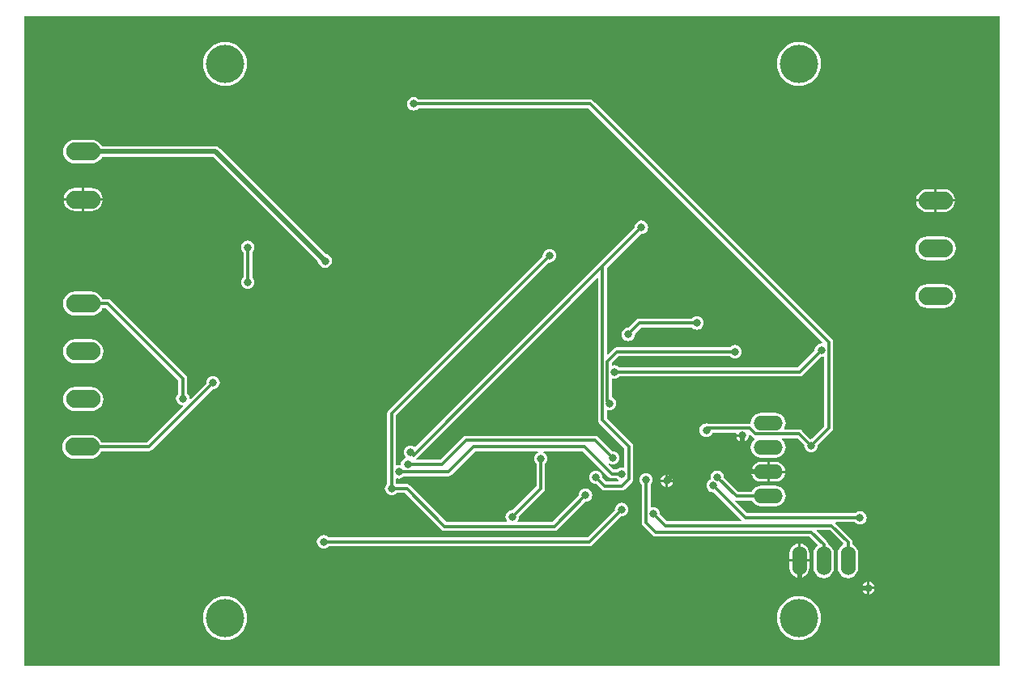
<source format=gbl>
%FSTAX44Y44*%
%MOMM*%
%SFA1B1*%

%IPPOS*%
%ADD77C,0.499999*%
%ADD81C,0.299999*%
%ADD82C,3.999992*%
%ADD83O,3.581393X1.899996*%
%ADD84O,3.047994X1.523997*%
%ADD85O,1.523997X3.047994*%
%ADD86C,0.799998*%
%LNcas_to_modbus-1*%
%LPD*%
G36*
X01019999Y0D02*
X0D01*
Y00679999*
X01019999*
Y0*
G37*
%LNcas_to_modbus-2*%
%LPC*%
G36*
X00809999Y0065311D02*
X0080549Y00652666D01*
X00801155Y00651351*
X00797159Y00649215*
X00793657Y00646341*
X00790783Y00642839*
X00788647Y00638843*
X00787332Y00634508*
X00786888Y00629999*
X00787332Y0062549*
X00788647Y00621155*
X00790783Y00617159*
X00793657Y00613657*
X00797159Y00610783*
X00801155Y00608647*
X0080549Y00607332*
X00809999Y00606888*
X00814508Y00607332*
X00818843Y00608647*
X00822839Y00610783*
X00826341Y00613657*
X00829215Y00617159*
X00831351Y00621155*
X00832666Y0062549*
X0083311Y00629999*
X00832666Y00634508*
X00831351Y00638843*
X00829215Y00642839*
X00826341Y00646341*
X00822839Y00649215*
X00818843Y00651351*
X00814508Y00652666*
X00809999Y0065311*
G37*
G36*
X00209999D02*
X0020549Y00652666D01*
X00201155Y00651351*
X00197159Y00649215*
X00193657Y00646341*
X00190783Y00642839*
X00188647Y00638843*
X00187332Y00634508*
X00186888Y00629999*
X00187332Y0062549*
X00188647Y00621155*
X00190783Y00617159*
X00193657Y00613657*
X00197159Y00610783*
X00201155Y00608647*
X0020549Y00607332*
X00209999Y00606888*
X00214508Y00607332*
X00218843Y00608647*
X00222839Y00610783*
X00226341Y00613657*
X00229215Y00617159*
X00231351Y00621155*
X00232666Y0062549*
X0023311Y00629999*
X00232666Y00634508*
X00231351Y00638843*
X00229215Y00642839*
X00226341Y00646341*
X00222839Y00649215*
X00218843Y00651351*
X00214508Y00652666*
X00209999Y0065311*
G37*
G36*
X00069856Y00500143D02*
X00062719D01*
Y00489269*
X00081833*
X00081586Y00491142*
X00080373Y00494071*
X00078443Y00496586*
X00075928Y00498516*
X00072999Y00499729*
X00069856Y00500143*
G37*
G36*
X00060179D02*
X00053042D01*
X00049899Y00499729*
X0004697Y00498516*
X00044455Y00496586*
X00042525Y00494071*
X00041312Y00491142*
X00041065Y00489269*
X00060179*
Y00500143*
G37*
G36*
X00961396Y00499023D02*
X00954259D01*
Y00488149*
X00973373*
X00973126Y00490022*
X00971913Y00492951*
X00969983Y00495466*
X00967468Y00497396*
X00964539Y00498609*
X00961396Y00499023*
G37*
G36*
X00951719D02*
X00944582D01*
X00941439Y00498609*
X0093851Y00497396*
X00935995Y00495466*
X00934065Y00492951*
X00932852Y00490022*
X00932606Y00488149*
X00951719*
Y00499023*
G37*
G36*
X00081833Y00486729D02*
X00062719D01*
Y00475855*
X00069856*
X00072999Y00476269*
X00075928Y00477482*
X00078443Y00479412*
X00080373Y00481927*
X00081586Y00484856*
X00081833Y00486729*
G37*
G36*
X00060179D02*
X00041065D01*
X00041312Y00484856*
X00042525Y00481927*
X00044455Y00479412*
X0004697Y00477482*
X00049899Y00476269*
X00053042Y00475855*
X00060179*
Y00486729*
G37*
G36*
X00973373Y00485609D02*
X00954259D01*
Y00474735*
X00961396*
X00964539Y00475149*
X00967468Y00476362*
X00969983Y00478292*
X00971913Y00480807*
X00973126Y00483736*
X00973373Y00485609*
G37*
G36*
X00951719D02*
X00932606D01*
X00932852Y00483736*
X00934065Y00480807*
X00935995Y00478292*
X0093851Y00476362*
X00941439Y00475149*
X00944582Y00474735*
X00951719*
Y00485609*
G37*
G36*
X00407416Y00595069D02*
X00405588Y00594829D01*
X00403885Y00594123*
X00402423Y00593001*
X004013Y00591539*
X00400595Y00589836*
X00400355Y0058801*
X00400595Y00586182*
X004013Y00584479*
X00402423Y00583017*
X00403885Y00581894*
X00405588Y00581189*
X00407416Y00580949*
X00409242Y00581189*
X00410945Y00581894*
X00412407Y00583017*
X00412718Y00583421*
X00590088*
X0083488Y00338629*
X00834287Y00337426*
X00833628Y00337513*
X008318Y00337273*
X00830097Y00336567*
X00828635Y00335445*
X00827513Y00333983*
X00826807Y0033228*
X00826567Y00330454*
X00826633Y00329948*
X00808866Y00312181*
X00622522*
X00622211Y00312585*
X00620749Y00313707*
X00619046Y00314413*
X0061722Y00314653*
X00615457Y00314421*
X00615127Y00314429*
X00614187Y00315057*
Y00316615*
X00621659Y00324087*
X007379*
X00738211Y00323683*
X00739673Y0032256*
X00741376Y00321855*
X00743204Y00321615*
X0074503Y00321855*
X00746733Y0032256*
X00748195Y00323683*
X00749317Y00325145*
X00750023Y00326848*
X00750263Y00328676*
X00750023Y00330502*
X00749317Y00332205*
X00748195Y00333667*
X00746733Y00334789*
X0074503Y00335495*
X00743204Y00335735*
X00741376Y00335495*
X00739673Y00334789*
X00738211Y00333667*
X007379Y00333263*
X0061976*
X00618003Y00332914*
X00616515Y00331919*
X0061028Y00325685*
X00609107Y00326171*
Y00416183*
X00644908Y00451983*
X00645414Y00451917*
X0064724Y00452157*
X00648943Y00452863*
X00650405Y00453985*
X00651527Y00455447*
X00652233Y0045715*
X00652473Y00458978*
X00652233Y00460804*
X00651527Y00462507*
X00650405Y00463969*
X00648943Y00465092*
X0064724Y00465797*
X00645414Y00466037*
X00643586Y00465797*
X00641883Y00465092*
X00640421Y00463969*
X00639299Y00462507*
X00638593Y00460804*
X00638353Y00458978*
X00638419Y00458472*
X00601275Y00421327*
X00408629Y00228682*
X00407389Y00229633*
X00405686Y00230339*
X0040386Y00230579*
X00402032Y00230339*
X00400329Y00229633*
X00398867Y00228511*
X00397745Y00227049*
X00397039Y00225346*
X00396799Y0022352*
X00397039Y00221692*
X00397745Y00219989*
X00398647Y00218812*
X00398493Y0021775*
X00398304Y00217357*
X00397281Y00216934*
X00395819Y00215811*
X00394696Y00214349*
X00393991Y00212646*
X00393766Y00210938*
X00393736Y00210807*
X00392593Y00209883*
X00391668Y00210005*
X00389905Y00209773*
X00389575Y00209781*
X00388635Y00210409*
Y00261983*
X00548664Y00422011*
X00549169Y00421945*
X00550996Y00422185*
X00552699Y00422891*
X00554161Y00424013*
X00555283Y00425475*
X00555989Y00427178*
X00556229Y00429006*
X00555989Y00430832*
X00555283Y00432535*
X00554161Y00433997*
X00552699Y0043512*
X00550996Y00435825*
X00549169Y00436065*
X00547341Y00435825*
X00545639Y0043512*
X00544176Y00433997*
X00543054Y00432535*
X00542349Y00430832*
X00542108Y00429006*
X00542175Y004285*
X00380803Y00267128*
X00379808Y00265639*
X00379459Y00263883*
Y00190722*
X00379055Y00190411*
X00377933Y00188949*
X00377227Y00187246*
X00376987Y0018542*
X00377227Y00183592*
X00377933Y00181889*
X00379055Y00180427*
X00380517Y00179304*
X0038222Y00178599*
X00384048Y00178359*
X00385874Y00178599*
X00387577Y00179304*
X00389039Y00180427*
X0038935Y00180831*
X00398148*
X00436429Y00142551*
X00437917Y00141556*
X00439674Y00141207*
X00554228*
X00555983Y00141556*
X00557471Y00142551*
X00586426Y00171505*
X00586931Y00171439*
X00588758Y00171679*
X00590461Y00172385*
X00591924Y00173507*
X00593045Y00174969*
X00593751Y00176672*
X00593991Y00178499*
X00593751Y00180326*
X00593045Y00182029*
X00591924Y00183492*
X00590461Y00184614*
X00588758Y00185319*
X00586931Y00185559*
X00585104Y00185319*
X00583401Y00184614*
X00581939Y00183492*
X00580817Y00182029*
X00580111Y00180326*
X00579871Y00178499*
X00579937Y00177994*
X00552326Y00150383*
X00516356*
X00515729Y00151653*
X00516355Y00152469*
X00517061Y00154172*
X00517301Y00155999*
X00517235Y00156504*
X00543247Y00182517*
X00544242Y00184006*
X00544591Y00185761*
Y00211559*
X00544995Y00211869*
X00546118Y00213331*
X00546823Y00215034*
X00547063Y00216861*
X00546823Y00218688*
X00546118Y00220391*
X00544995Y00221854*
X00543533Y00222976*
X00542874Y00223249*
X00543126Y00224519*
X0058407*
X00611175Y00197415*
X00612663Y0019642*
X00614419Y00196071*
X00619276*
X00619587Y00195667*
X00621049Y00194544*
X00621297Y00194442*
X00621743Y00192882*
X00621502Y00192547*
X00608706*
X00604655Y00196598*
X00604721Y00197104*
X00604481Y0019893*
X00603776Y00200633*
X00602653Y00202095*
X00601191Y00203217*
X00599488Y00203923*
X00597662Y00204163*
X00595834Y00203923*
X00594131Y00203217*
X00592669Y00202095*
X00591547Y00200633*
X00590841Y0019893*
X00590601Y00197104*
X00590841Y00195276*
X00591547Y00193573*
X00592669Y00192111*
X00594131Y00190988*
X00595834Y00190283*
X00597662Y00190043*
X00598166Y00190109*
X00603561Y00184715*
X00605049Y0018372*
X00606806Y00183371*
X00624586*
X00626341Y0018372*
X00627829Y00184715*
X00635323Y00192209*
X00636318Y00193697*
X00636667Y00195453*
Y00229741*
X00636318Y00231497*
X00635323Y00232985*
X00609107Y00259201*
Y00267109*
X00610047Y00267737*
X00610377Y00267745*
X0061214Y00267513*
X00613966Y00267753*
X00615669Y00268458*
X00617131Y00269581*
X00618254Y00271043*
X00618959Y00272746*
X00619199Y00274574*
X00618959Y002764*
X00618254Y00278103*
X00617131Y00279565*
X00615669Y00280687*
X00614187Y00281301*
Y00300129*
X00615127Y00300757*
X00615457Y00300765*
X0061722Y00300533*
X00619046Y00300773*
X00620749Y00301478*
X00622211Y00302601*
X00622522Y00303005*
X00810768*
X00812523Y00303354*
X00814011Y00304349*
X00833122Y00323459*
X00833628Y00323393*
X00835389Y00323625*
X00835719Y00323617*
X00836659Y00322989*
Y00250839*
X0082321Y00237391*
X00822706Y00237457*
X008222Y00237391*
X00813777Y00245813*
X00812289Y00246808*
X00810533Y00247157*
X00795345*
X00794783Y00248296*
X00794895Y00248443*
X00795966Y00251027*
X00796331Y00253799*
X00795966Y00256571*
X00794895Y00259155*
X00793193Y00261373*
X00790975Y00263075*
X00788391Y00264145*
X00785619Y00264511*
X00770379*
X00767607Y00264145*
X00765023Y00263075*
X00762805Y00261373*
X00761102Y00259155*
X00760032Y00256571*
X00759739Y00254341*
X00758879Y00253443*
X00758458Y00253253*
X0071554*
X00715058Y00253453*
X00713232Y00253693*
X00711404Y00253453*
X00709701Y00252748*
X00708239Y00251625*
X00707116Y00250163*
X00706411Y0024846*
X00706171Y00246634*
X00706411Y00244806*
X00707116Y00243103*
X00708239Y00241641*
X00709701Y00240519*
X00711404Y00239813*
X00713232Y00239573*
X00715058Y00239813*
X00716761Y00240519*
X00718223Y00241641*
X00719345Y00243103*
X00719749Y00244077*
X00744117*
X00744823Y00243021*
X00744705Y00242738*
X00744648Y00242301*
X00751078*
Y00241031*
X00752348*
Y00234602*
X00752784Y00234659*
X00754375Y00235318*
X00755741Y00236366*
X0075679Y00237733*
X00757449Y00239323*
X00757673Y00241031*
X00757617Y0024146*
X0075882Y00242054*
X00761549Y00239325*
X00763037Y0023833*
X00763635Y00238211*
X00763952Y00236853*
X00762805Y00235973*
X00761102Y00233755*
X00760032Y00231171*
X00759667Y00228399*
X00760032Y00225626*
X00761102Y00223043*
X00762805Y00220825*
X00765023Y00219122*
X00767607Y00218052*
X00770379Y00217687*
X00785619*
X00788391Y00218052*
X00790975Y00219122*
X00793193Y00220825*
X00794895Y00223043*
X00795966Y00225626*
X00796331Y00228399*
X00795966Y00231171*
X00794895Y00233755*
X00793193Y00235973*
X00792232Y00236711*
X00792663Y00237981*
X00808632*
X00815711Y00230902*
X00815645Y00230397*
X00815885Y00228569*
X0081659Y00226867*
X00817713Y00225404*
X00819175Y00224282*
X00820878Y00223577*
X00822706Y00223336*
X00824532Y00223577*
X00826235Y00224282*
X00827697Y00225404*
X00828819Y00226867*
X00829525Y00228569*
X00829765Y00230397*
X00829699Y00230902*
X00844491Y00245694*
X00845486Y00247183*
X00845835Y00248939*
Y00338751*
X00845486Y00340507*
X00844491Y00341995*
X00595233Y00591253*
X00593745Y00592248*
X00591989Y00592597*
X00412718*
X00412407Y00593001*
X00410945Y00594123*
X00409242Y00594829*
X00407416Y00595069*
G37*
G36*
X00961396Y00449487D02*
X00944582D01*
X00941319Y00449057*
X00938278Y00447798*
X00935667Y00445794*
X00933663Y00443183*
X00932404Y00440142*
X00931974Y0043688*
X00932404Y00433616*
X00933663Y00430575*
X00935667Y00427964*
X00938278Y0042596*
X00941319Y00424701*
X00944582Y00424271*
X00961396*
X00964659Y00424701*
X009677Y0042596*
X00970311Y00427964*
X00972315Y00430575*
X00973575Y00433616*
X00974004Y0043688*
X00973575Y00440142*
X00972315Y00443183*
X00970311Y00445794*
X009677Y00447798*
X00964659Y00449057*
X00961396Y00449487*
G37*
G36*
X00069856Y00550607D02*
X00053042D01*
X00049779Y00550177*
X00046738Y00548918*
X00044127Y00546914*
X00042124Y00544303*
X00040864Y00541262*
X00040434Y00537999*
X00040864Y00534736*
X00042124Y00531695*
X00044127Y00529084*
X00046738Y0052708*
X00049779Y00525821*
X00053042Y00525391*
X00069856*
X00073119Y00525821*
X0007616Y0052708*
X00078771Y00529084*
X00080775Y00531695*
X00081063Y00532391*
X001978*
X00307522Y00422669*
X00307631Y00421844*
X00308336Y00420141*
X00309459Y00418679*
X00310921Y00417556*
X00312624Y00416851*
X00314452Y00416611*
X00316278Y00416851*
X00317981Y00417556*
X00319443Y00418679*
X00320565Y00420141*
X00321271Y00421844*
X00321511Y00423672*
X00321271Y00425498*
X00320565Y00427201*
X00319443Y00428663*
X00317981Y00429785*
X00316278Y00430491*
X00315453Y004306*
X00204089Y00541964*
X00202269Y0054318*
X00200123Y00543607*
X00081063*
X00080775Y00544303*
X00078771Y00546914*
X0007616Y00548918*
X00073119Y00550177*
X00069856Y00550607*
G37*
G36*
X0023368Y0044506D02*
X00231852Y00444819D01*
X00230149Y00444114*
X00228687Y00442992*
X00227564Y00441529*
X00226859Y00439826*
X00226619Y00437999*
X00226859Y00436172*
X00227564Y00434469*
X00228687Y00433007*
X00229091Y00432696*
Y00406622*
X00228687Y00406311*
X00227564Y00404849*
X00226859Y00403146*
X00226619Y0040132*
X00226859Y00399492*
X00227564Y00397789*
X00228687Y00396327*
X00230149Y00395204*
X00231852Y00394499*
X0023368Y00394259*
X00235506Y00394499*
X00237209Y00395204*
X00238671Y00396327*
X00239794Y00397789*
X00240499Y00399492*
X00240739Y0040132*
X00240499Y00403146*
X00239794Y00404849*
X00238671Y00406311*
X00238267Y00406622*
Y00432696*
X00238671Y00433007*
X00239794Y00434469*
X00240499Y00436172*
X00240739Y00437999*
X00240499Y00439826*
X00239794Y00441529*
X00238671Y00442992*
X00237209Y00444114*
X00235506Y00444819*
X0023368Y0044506*
G37*
G36*
X00961396Y00399487D02*
X00944582D01*
X00941319Y00399057*
X00938278Y00397798*
X00935667Y00395794*
X00933663Y00393183*
X00932404Y00390142*
X00931974Y00386879*
X00932404Y00383616*
X00933663Y00380575*
X00935667Y00377964*
X00938278Y0037596*
X00941319Y00374701*
X00944582Y00374271*
X00961396*
X00964659Y00374701*
X009677Y0037596*
X00970311Y00377964*
X00972315Y00380575*
X00973575Y00383616*
X00974004Y00386879*
X00973575Y00390142*
X00972315Y00393183*
X00970311Y00395794*
X009677Y00397798*
X00964659Y00399057*
X00961396Y00399487*
G37*
G36*
X00703326Y00365707D02*
X00701498Y00365467D01*
X00699795Y00364761*
X00698333Y00363639*
X00698022Y00363235*
X00643636*
X00641879Y00362886*
X00640391Y00361891*
X00632202Y00353703*
X00631698Y00353769*
X0062987Y00353529*
X00628167Y00352824*
X00626705Y00351701*
X00625582Y00350239*
X00624877Y00348536*
X00624637Y0034671*
X00624877Y00344882*
X00625582Y00343179*
X00626705Y00341717*
X00628167Y00340595*
X0062987Y00339889*
X00631698Y00339649*
X00633524Y00339889*
X00635227Y00340595*
X00636689Y00341717*
X00637811Y00343179*
X00638517Y00344882*
X00638757Y0034671*
X00638691Y00347214*
X00645535Y00354059*
X00698022*
X00698333Y00353655*
X00699795Y00352532*
X00701498Y00351827*
X00703326Y00351587*
X00705152Y00351827*
X00706855Y00352532*
X00708317Y00353655*
X0070944Y00355117*
X00710145Y0035682*
X00710385Y00358648*
X00710145Y00360474*
X0070944Y00362177*
X00708317Y00363639*
X00706855Y00364761*
X00705152Y00365467*
X00703326Y00365707*
G37*
G36*
X00069856Y00341628D02*
X00053042D01*
X00049779Y00341199*
X00046738Y00339939*
X00044127Y00337936*
X00042124Y00335324*
X00040864Y00332284*
X00040434Y0032902*
X00040864Y00325757*
X00042124Y00322717*
X00044127Y00320105*
X00046738Y00318102*
X00049779Y00316842*
X00053042Y00316413*
X00069856*
X00073119Y00316842*
X0007616Y00318102*
X00078771Y00320105*
X00080775Y00322717*
X00082035Y00325757*
X00082464Y0032902*
X00082035Y00332284*
X00080775Y00335324*
X00078771Y00337936*
X0007616Y00339939*
X00073119Y00341199*
X00069856Y00341628*
G37*
G36*
Y00391628D02*
X00053042D01*
X00049779Y00391199*
X00046738Y00389939*
X00044127Y00387935*
X00042124Y00385324*
X00040864Y00382284*
X00040434Y0037902*
X00040864Y00375757*
X00042124Y00372716*
X00044127Y00370105*
X00046738Y00368102*
X00049779Y00366842*
X00053042Y00366412*
X00069856*
X00073119Y00366842*
X0007616Y00368102*
X00078771Y00370105*
X00080775Y00372716*
X00081486Y00374432*
X00085167*
X00161019Y00298581*
Y00284956*
X00160615Y00284645*
X00159493Y00283183*
X00158787Y0028148*
X00158547Y00279654*
X00158787Y00277826*
X00159493Y00276123*
X00160615Y00274661*
X00162077Y00273539*
X0016378Y00272833*
X00165498Y00272607*
X0016572Y00272288*
X00166059Y00271371*
X00128296Y00233609*
X00080485*
X00079775Y00235325*
X00077771Y00237936*
X0007516Y00239939*
X00072119Y00241199*
X00068856Y00241629*
X00052042*
X00048779Y00241199*
X00045738Y00239939*
X00043127Y00237936*
X00041123Y00235325*
X00039864Y00232284*
X00039434Y00229021*
X00039864Y00225757*
X00041123Y00222717*
X00043127Y00220106*
X00045738Y00218102*
X00048779Y00216842*
X00052042Y00216413*
X00068856*
X00072119Y00216842*
X0007516Y00218102*
X00077771Y00220106*
X00079775Y00222717*
X00080485Y00224432*
X00130197*
X00131953Y00224782*
X00133441Y00225776*
X00196834Y00289169*
X00197339Y00289103*
X00199167Y00289343*
X00200869Y00290048*
X00202332Y00291171*
X00203454Y00292633*
X00204159Y00294336*
X002044Y00296164*
X00204159Y0029799*
X00203454Y00299693*
X00202332Y00301155*
X00200869Y00302277*
X00199167Y00302983*
X00197339Y00303223*
X00195512Y00302983*
X00193809Y00302277*
X00192347Y00301155*
X00191225Y00299693*
X00190519Y0029799*
X00190279Y00296164*
X00190345Y00295658*
X00173889Y00279201*
X00172974Y0027954*
X00172653Y00279762*
X00172427Y0028148*
X00171722Y00283183*
X00170599Y00284645*
X00170195Y00284956*
Y00300482*
X00169846Y00302237*
X00168851Y00303725*
X00090312Y00382265*
X00088824Y00383259*
X00087068Y00383609*
X00081486*
X00080775Y00385324*
X00078771Y00387935*
X0007616Y00389939*
X00073119Y00391199*
X00069856Y00391628*
G37*
G36*
Y00291628D02*
X00053042D01*
X00049779Y00291199*
X00046738Y00289939*
X00044127Y00287936*
X00042124Y00285325*
X00040864Y00282284*
X00040434Y0027902*
X00040864Y00275757*
X00042124Y00272717*
X00044127Y00270105*
X00046738Y00268102*
X00049779Y00266842*
X00053042Y00266413*
X00069856*
X00073119Y00266842*
X0007616Y00268102*
X00078771Y00270105*
X00080775Y00272717*
X00082035Y00275757*
X00082464Y0027902*
X00082035Y00282284*
X00080775Y00285325*
X00078771Y00287936*
X0007616Y00289939*
X00073119Y00291199*
X00069856Y00291628*
G37*
G36*
X00749808Y00239761D02*
X00744648D01*
X00744705Y00239323*
X00745364Y00237733*
X00746413Y00236366*
X00747779Y00235318*
X0074937Y00234659*
X00749808Y00234602*
Y00239761*
G37*
G36*
X00785619Y00213247D02*
X00779269D01*
Y00204269*
X007957*
X00795517Y00205651*
X00794494Y00208123*
X00792865Y00210245*
X00790743Y00211874*
X00788271Y00212897*
X00785619Y00213247*
G37*
G36*
X00776729D02*
X00770379D01*
X00767727Y00212897*
X00765255Y00211874*
X00763133Y00210245*
X00761504Y00208123*
X0076048Y00205651*
X00760299Y00204269*
X00776729*
Y00213247*
G37*
G36*
X00673354Y00199976D02*
Y00194818D01*
X00678512*
X00678455Y00195254*
X00677796Y00196845*
X00676747Y00198211*
X00675381Y0019926*
X0067379Y00199919*
X00673354Y00199976*
G37*
G36*
X00670814D02*
X00670376Y00199919D01*
X00668785Y0019926*
X00667419Y00198211*
X0066637Y00196845*
X00665711Y00195254*
X00665654Y00194818*
X00670814*
Y00199976*
G37*
G36*
X007957Y00201729D02*
X00779269D01*
Y00192751*
X00785619*
X00788271Y001931*
X00790743Y00194124*
X00792865Y00195753*
X00794494Y00197875*
X00795517Y00200347*
X007957Y00201729*
G37*
G36*
X00776729D02*
X00760299D01*
X0076048Y00200347*
X00761504Y00197875*
X00763133Y00195753*
X00765255Y00194124*
X00767727Y001931*
X00770379Y00192751*
X00776729*
Y00201729*
G37*
G36*
X00678512Y00192278D02*
X00673354D01*
Y00187118*
X0067379Y00187175*
X00675381Y00187834*
X00676747Y00188883*
X00677796Y00190249*
X00678455Y0019184*
X00678512Y00192278*
G37*
G36*
X00670814D02*
X00665654D01*
X00665711Y0019184*
X0066637Y00190249*
X00667419Y00188883*
X00668785Y00187834*
X00670376Y00187175*
X00670814Y00187118*
Y00192278*
G37*
G36*
X00624586Y00170635D02*
X00622758Y00170395D01*
X00621055Y00169689*
X00619593Y00168567*
X0061847Y00167105*
X00617765Y00165402*
X00617525Y00163576*
X00617591Y0016307*
X00588903Y00134381*
X0031823*
X00317919Y00134785*
X00316457Y00135907*
X00314754Y00136613*
X00312928Y00136853*
X003111Y00136613*
X00309397Y00135907*
X00307935Y00134785*
X00306813Y00133323*
X00306107Y0013162*
X00305867Y00129794*
X00306107Y00127966*
X00306813Y00126263*
X00307935Y00124801*
X00309397Y00123679*
X003111Y00122973*
X00312928Y00122733*
X00314754Y00122973*
X00316457Y00123679*
X00317919Y00124801*
X0031823Y00125205*
X00590804*
X00592559Y00125554*
X00594047Y00126549*
X0062408Y00156581*
X00624586Y00156515*
X00626412Y00156755*
X00628115Y00157461*
X00629577Y00158583*
X00630699Y00160045*
X00631405Y00161748*
X00631645Y00163576*
X00631405Y00165402*
X00630699Y00167105*
X00629577Y00168567*
X00628115Y00169689*
X00626412Y00170395*
X00624586Y00170635*
G37*
G36*
X00724662Y00204671D02*
X00722834Y00204431D01*
X00721131Y00203726*
X00719669Y00202603*
X00718547Y00201141*
X00717841Y00199438*
X00717601Y00197612*
X00717841Y00195784*
X00718153Y00195031*
X00717067Y00194582*
X00715605Y00193459*
X00714482Y00191997*
X00713777Y00190294*
X00713537Y00188468*
X00713777Y0018664*
X00714482Y00184937*
X00715605Y00183475*
X00717067Y00182352*
X0071877Y00181647*
X00720598Y00181407*
X00721102Y00181473*
X00749906Y00152669*
X0074938Y00151399*
X00671952*
X00664853Y00158498*
X00664919Y00159004*
X00664679Y0016083*
X00663974Y00162533*
X00662851Y00163995*
X00661389Y00165118*
X00659686Y00165823*
X0065786Y00166063*
X00656097Y00165831*
X00655767Y00165839*
X00654827Y00166467*
Y0018926*
X00655231Y00189571*
X00656354Y00191033*
X00657059Y00192736*
X00657299Y00194564*
X00657059Y0019639*
X00656354Y00198093*
X00655231Y00199555*
X00653769Y00200678*
X00652066Y00201383*
X0065024Y00201623*
X00648412Y00201383*
X00646709Y00200678*
X00645247Y00199555*
X00644125Y00198093*
X00643419Y0019639*
X00643179Y00194564*
X00643419Y00192736*
X00644125Y00191033*
X00645247Y00189571*
X00645651Y0018926*
Y00150114*
X00646Y00148357*
X00646995Y00146869*
X00657155Y00136709*
X00658643Y00135714*
X006604Y00135365*
X00821144*
X0082938Y00127129*
X00829297Y00125862*
X00828425Y00125193*
X00826722Y00122975*
X00825652Y00120391*
X00825287Y00117619*
Y00102379*
X00825652Y00099606*
X00826722Y00097023*
X00828425Y00094804*
X00830643Y00093102*
X00833226Y00092032*
X00835999Y00091667*
X00838771Y00092032*
X00841355Y00093102*
X00843573Y00094804*
X00845275Y00097023*
X00846346Y00099606*
X00846711Y00102379*
Y00117619*
X00846346Y00120391*
X00845275Y00122975*
X00843573Y00125193*
X00841355Y00126895*
X00840541Y00127233*
X00840238Y00128755*
X00839243Y00130243*
X00828437Y0014105*
X00828923Y00142223*
X0084248*
X00856319Y00128384*
X00856097Y00126918*
X00856043Y00126895*
X00853825Y00125193*
X00852122Y00122975*
X00851052Y00120391*
X00850687Y00117619*
Y00102379*
X00851052Y00099606*
X00852122Y00097023*
X00853825Y00094804*
X00856043Y00093102*
X00858626Y00092032*
X00861399Y00091667*
X00864171Y00092032*
X00866755Y00093102*
X00868973Y00094804*
X00870675Y00097023*
X00871746Y00099606*
X00872111Y00102379*
Y00117619*
X00871746Y00120391*
X00870675Y00122975*
X00868973Y00125193*
X00866755Y00126895*
X00865987Y00127213*
Y00129794*
X00865638Y00131549*
X00864643Y00133037*
X008486Y00149081*
X00849126Y00150351*
X0086871*
X00869021Y00149947*
X00870483Y00148825*
X00872186Y00148119*
X00874014Y00147879*
X0087584Y00148119*
X00877543Y00148825*
X00879005Y00149947*
X00880127Y00151409*
X00880833Y00153112*
X00881073Y0015494*
X00880833Y00156766*
X00880127Y00158469*
X00879005Y00159931*
X00877543Y00161053*
X0087584Y00161759*
X00874014Y00161999*
X00872186Y00161759*
X00870483Y00161053*
X00869021Y00159931*
X0086871Y00159527*
X00756026*
X00743629Y00171923*
X00744255Y00173094*
X00744673Y00173011*
X00760784*
X00761102Y00172243*
X00762805Y00170025*
X00765023Y00168322*
X00767607Y00167252*
X00770379Y00166887*
X00785619*
X00788391Y00167252*
X00790975Y00168322*
X00793193Y00170025*
X00794895Y00172243*
X00795966Y00174826*
X00796331Y00177599*
X00795966Y00180371*
X00794895Y00182955*
X00793193Y00185173*
X00790975Y00186875*
X00788391Y00187945*
X00785619Y00188311*
X00770379*
X00767607Y00187945*
X00765023Y00186875*
X00762805Y00185173*
X00761102Y00182955*
X00760784Y00182187*
X00746574*
X00731655Y00197106*
X00731721Y00197612*
X00731481Y00199438*
X00730776Y00201141*
X00729653Y00202603*
X00728191Y00203726*
X00726488Y00204431*
X00724662Y00204671*
G37*
G36*
X00811869Y00127699D02*
Y00111269D01*
X00820846*
Y00117619*
X00820497Y00120271*
X00819474Y00122743*
X00817845Y00124865*
X00815723Y00126494*
X00813251Y00127517*
X00811869Y00127699*
G37*
G36*
X00809329D02*
X00807947Y00127517D01*
X00805475Y00126494*
X00803353Y00124865*
X00801724Y00122743*
X008007Y00120271*
X00800351Y00117619*
Y00111269*
X00809329*
Y00127699*
G37*
G36*
X00820846Y00108729D02*
X00811869D01*
Y00092298*
X00813251Y0009248*
X00815723Y00093504*
X00817845Y00095133*
X00819474Y00097255*
X00820497Y00099726*
X00820846Y00102379*
Y00108729*
G37*
G36*
X00809329D02*
X00800351D01*
Y00102379*
X008007Y00099726*
X00801724Y00097255*
X00803353Y00095133*
X00805475Y00093504*
X00807947Y0009248*
X00809329Y00092298*
Y00108729*
G37*
G36*
X00884139Y00087708D02*
Y0008255D01*
X00889298*
X00889241Y00082986*
X00888582Y00084577*
X00887533Y00085943*
X00886167Y00086992*
X00884576Y00087651*
X00884139Y00087708*
G37*
G36*
X00881599D02*
X00881162Y00087651D01*
X00879571Y00086992*
X00878205Y00085943*
X00877156Y00084577*
X00876497Y00082986*
X0087644Y0008255*
X00881599*
Y00087708*
G37*
G36*
X00889298Y0008001D02*
X00884139D01*
Y0007485*
X00884576Y00074907*
X00886167Y00075566*
X00887533Y00076615*
X00888582Y00077981*
X00889241Y00079572*
X00889298Y0008001*
G37*
G36*
X00881599D02*
X0087644D01*
X00876497Y00079572*
X00877156Y00077981*
X00878205Y00076615*
X00879571Y00075566*
X00881162Y00074907*
X00881599Y0007485*
Y0008001*
G37*
G36*
X00809999Y0007311D02*
X0080549Y00072666D01*
X00801155Y00071351*
X00797159Y00069215*
X00793657Y00066341*
X00790783Y00062839*
X00788647Y00058843*
X00787332Y00054508*
X00786888Y00049999*
X00787332Y0004549*
X00788647Y00041155*
X00790783Y00037159*
X00793657Y00033657*
X00797159Y00030783*
X00801155Y00028647*
X0080549Y00027332*
X00809999Y00026888*
X00814508Y00027332*
X00818843Y00028647*
X00822839Y00030783*
X00826341Y00033657*
X00829215Y00037159*
X00831351Y00041155*
X00832666Y0004549*
X0083311Y00049999*
X00832666Y00054508*
X00831351Y00058843*
X00829215Y00062839*
X00826341Y00066341*
X00822839Y00069215*
X00818843Y00071351*
X00814508Y00072666*
X00809999Y0007311*
G37*
G36*
X00209999D02*
X0020549Y00072666D01*
X00201155Y00071351*
X00197159Y00069215*
X00193657Y00066341*
X00190783Y00062839*
X00188647Y00058843*
X00187332Y00054508*
X00186888Y00049999*
X00187332Y0004549*
X00188647Y00041155*
X00190783Y00037159*
X00193657Y00033657*
X00197159Y00030783*
X00201155Y00028647*
X0020549Y00027332*
X00209999Y00026888*
X00214508Y00027332*
X00218843Y00028647*
X00222839Y00030783*
X00226341Y00033657*
X00229215Y00037159*
X00231351Y00041155*
X00232666Y0004549*
X0023311Y00049999*
X00232666Y00054508*
X00231351Y00058843*
X00229215Y00062839*
X00226341Y00066341*
X00222839Y00069215*
X00218843Y00071351*
X00214508Y00072666*
X00209999Y0007311*
G37*
%LNcas_to_modbus-3*%
%LPD*%
G36*
X00599931Y00405347D02*
Y00257302D01*
X0060028Y00255545*
X00601275Y00254057*
X00627491Y0022784*
Y00208173*
X00626809Y00207717*
X00626221Y00207503*
X00624579Y00207719*
X00622752Y00207479*
X00621049Y00206774*
X00619587Y00205651*
X00619276Y00205247*
X00616319*
X00610654Y00210913*
X00611493Y0021187*
X00611969Y00211505*
X00613672Y00210799*
X00615499Y00210559*
X00617326Y00210799*
X00619029Y00211505*
X00620491Y00212627*
X00621613Y00214089*
X00622319Y00215792*
X00622559Y00217619*
X00622319Y00219446*
X00621613Y00221149*
X00620491Y00222611*
X00619029Y00223734*
X00617326Y00224439*
X00615499Y0022468*
X00614994Y00224613*
X00600397Y00239209*
X00598909Y00240204*
X00597154Y00240553*
X00461788*
X00460032Y00240204*
X00458544Y00239209*
X00434742Y00215407*
X00409714*
X00409329Y00216677*
X00410151Y00217227*
X00598758Y00405833*
X00599931Y00405347*
G37*
G36*
X00537132Y00223249D02*
X00536473Y00222976D01*
X00535011Y00221854*
X00533889Y00220391*
X00533183Y00218688*
X00532943Y00216861*
X00533183Y00215034*
X00533889Y00213331*
X00535011Y00211869*
X00535415Y00211559*
Y00187662*
X00510746Y00162993*
X00510241Y0016306*
X00508413Y00162819*
X00506711Y00162114*
X00505248Y00160992*
X00504126Y00159529*
X00503421Y00157827*
X0050318Y00155999*
X00503421Y00154172*
X00504126Y00152469*
X00504752Y00151653*
X00504126Y00150383*
X00441574*
X00403293Y00188663*
X00401805Y00189658*
X0040005Y00190007*
X0038935*
X00389039Y00190411*
X00388635Y00190722*
Y00195481*
X00389575Y00196109*
X00389905Y00196117*
X00391668Y00195885*
X00393494Y00196125*
X00395197Y0019683*
X00396659Y00197953*
X0039697Y00198357*
X00443894*
X0044565Y00198706*
X00447139Y00199701*
X00471957Y00224519*
X0053688*
X00537132Y00223249*
G37*
G54D77*
X00741354Y00202999D02*
X00761437D01*
X00061449Y00537999D02*
X00200123D01*
X00314452Y00423672*
X00672084Y00193548D02*
X00684647Y00206111D01*
X00738241*
X00741354Y00202999*
X00810599Y0009144D02*
Y00109999D01*
Y0009144D02*
X00820759Y0008128D01*
X00882869*
X00761437Y00202999D02*
X00777999D01*
X00751078Y0021336D02*
X00761437Y00202999D01*
X00751078Y0021336D02*
Y00241031D01*
G54D81*
X00384048Y00263883D02*
X00549169Y00429006D01*
X00384048Y0018542D02*
Y00263883D01*
X00841248Y00248939D02*
Y00338751D01*
X00591989Y0058801D02*
X00841248Y00338751D01*
X00407416Y0058801D02*
X00591989D01*
X00822706Y00230397D02*
X00841248Y00248939D01*
X00384048Y0018542D02*
X0040005D01*
X00406908Y00220472D02*
X0060452Y00418084D01*
X00597154Y00235966D02*
X00615499Y00217619D01*
X00461788Y00235966D02*
X00597154D01*
X00436642Y0021082D02*
X00461788Y00235966D01*
X00400812Y0021082D02*
X00436642D01*
X00312928Y00129794D02*
X00590804D01*
X00624586Y00163576*
X00810768Y00307594D02*
X00833628Y00330454D01*
X0061722Y00307594D02*
X00810768D01*
X00510241Y00155999D02*
X00540004Y00185761D01*
Y00216861*
X00614419Y0020066D02*
X00624579D01*
X00585971Y00229108D02*
X00614419Y0020066D01*
X00470056Y00229108D02*
X00585971D01*
X00443894Y00202946D02*
X00470056Y00229108D01*
X00391668Y00202946D02*
X00443894D01*
X00554228Y00145796D02*
X00586931Y00178499D01*
X00439674Y00145796D02*
X00554228D01*
X0040005Y0018542D02*
X00439674Y00145796D01*
X00597662Y00197104D02*
X00606806Y0018796D01*
X00624586*
X00632079Y00195453*
Y00229741*
X0060452Y00257302D02*
X00632079Y00229741D01*
X0060452Y00257302D02*
Y00418084D01*
X00645414Y00458978*
X0040386Y0022352D02*
X00406908Y00220472D01*
X00835999Y00109999D02*
Y00127D01*
X00823045Y00139954D02*
X00835999Y00127D01*
X006604Y00139954D02*
X00823045D01*
X0065024Y00150114D02*
X006604Y00139954D01*
X0065024Y00150114D02*
Y00194564D01*
X0023368Y0040132D02*
Y00437999D01*
X00165608Y00279654D02*
Y00300482D01*
X00087068Y0037902D02*
X00165608Y00300482D01*
X00061449Y0037902D02*
X00087068D01*
X00060449Y00229021D02*
X00130197D01*
X00197339Y00296164*
X00861399Y00109999D02*
Y00129794D01*
X00844381Y00146812D02*
X00861399Y00129794D01*
X00670052Y00146812D02*
X00844381D01*
X0065786Y00159004D02*
X00670052Y00146812D01*
X00713232Y00246634D02*
X00715264Y00248666D01*
X00758698*
X00764794Y0024257*
X00810533*
X00822706Y00230397*
X00744673Y00177599D02*
X00777999D01*
X00724662Y00197612D02*
X00744673Y00177599D01*
X00720598Y00188468D02*
X00754126Y0015494D01*
X00874014*
X0061976Y00328676D02*
X00743204D01*
X006096Y00318516D02*
X0061976Y00328676D01*
X006096Y00277114D02*
Y00318516D01*
Y00277114D02*
X0061214Y00274574D01*
X00643636Y00358648D02*
X00703326D01*
X00631698Y0034671D02*
X00643636Y00358648D01*
G54D82*
X00209999Y00049999D03*
Y00629999D03*
X00809999Y00049999D03*
Y00629999D03*
G54D83*
X00952989Y00486879D03*
Y0043688D03*
Y00386879D03*
X00061449Y0037902D03*
Y0032902D03*
Y0027902D03*
X00060449Y00229021D03*
X00061449Y00487999D03*
Y00537999D03*
G54D84*
X00777999Y00253799D03*
Y00228399D03*
Y00202999D03*
Y00177599D03*
G54D85*
X00810599Y00109999D03*
X00835999D03*
X00861399D03*
G54D86*
X00945999Y00645999D03*
X00970999Y00595999D03*
X00945999Y00545999D03*
X00970999Y00295999D03*
X00945999Y00145999D03*
X00970999Y00095999D03*
X00945999Y00045999D03*
X00895999Y00645999D03*
Y00545999D03*
X00920999Y00495999D03*
Y00395999D03*
Y00295999D03*
X00895999Y00145999D03*
X00920999Y00095999D03*
X00895999Y00045999D03*
X00845999Y00645999D03*
X00870999Y00595999D03*
X00845999Y00545999D03*
X00870999Y00495999D03*
Y00395999D03*
Y00295999D03*
X00845999Y00045999D03*
X00820999Y00595999D03*
X00795999Y00545999D03*
X00820999Y00495999D03*
X00795999Y00445999D03*
X00820999Y00295999D03*
X00745999Y00645999D03*
X00770999Y00595999D03*
X00745999Y00545999D03*
X00770999Y00495999D03*
Y00395999D03*
X00745999Y00345999D03*
X00770999Y00295999D03*
Y00095999D03*
X00745999Y00045999D03*
X00695999Y00645999D03*
X00720999Y00595999D03*
X00695999Y00545999D03*
X00720999Y00495999D03*
X00695999Y00445999D03*
X00720999Y00395999D03*
Y00295999D03*
Y00095999D03*
X00695999Y00045999D03*
X00645999Y00645999D03*
X00670999Y00595999D03*
X00645999Y00545999D03*
Y00245999D03*
X00670999Y00095999D03*
X00645999Y00045999D03*
X00595999Y00645999D03*
Y00545999D03*
X00620999Y00395999D03*
Y00095999D03*
X00595999Y00045999D03*
X00545999Y00645999D03*
Y00545999D03*
X00570999Y00495999D03*
X00545999Y00345999D03*
X00570999Y00295999D03*
X00545999Y00245999D03*
X00570999Y00095999D03*
X00495999Y00645999D03*
Y00545999D03*
X00520999Y00495999D03*
X00495999Y00445999D03*
Y00345999D03*
X00520999Y00295999D03*
X00495999Y00245999D03*
X00520999Y00195999D03*
Y00095999D03*
X00445999Y00645999D03*
Y00545999D03*
Y00445999D03*
X00470999Y00395999D03*
X00445999Y00345999D03*
X00470999Y00095999D03*
X00445999Y00045999D03*
X00395999Y00645999D03*
Y00445999D03*
Y00245999D03*
Y00145999D03*
X00420999Y00095999D03*
X00395999Y00045999D03*
X00345999Y00645999D03*
X00370999Y00595999D03*
X00345999Y00545999D03*
Y00345999D03*
X00370999Y00295999D03*
X00345999Y00245999D03*
X00370999Y00095999D03*
X00345999Y00045999D03*
X00295999Y00645999D03*
X00320999Y00595999D03*
Y00295999D03*
Y00195999D03*
Y00095999D03*
X00295999Y00045999D03*
X00245999Y00645999D03*
X00270999Y00595999D03*
X00245999Y00545999D03*
X00270999Y00495999D03*
X00245999Y00445999D03*
Y00345999D03*
X00270999Y00295999D03*
Y00095999D03*
X00245999Y00045999D03*
X00220999Y00595999D03*
X00195999Y00445999D03*
X00220999Y00295999D03*
Y00095999D03*
X00145999Y00645999D03*
X00170999Y00595999D03*
Y00495999D03*
X00145999Y00445999D03*
Y00145999D03*
X00170999Y00095999D03*
X00145999Y00045999D03*
X00095999Y00645999D03*
X00120999Y00595999D03*
Y00495999D03*
X00095999Y00445999D03*
X00120999Y00395999D03*
X00095999Y00345999D03*
Y00245999D03*
X00120999Y00195999D03*
Y00095999D03*
X00095999Y00045999D03*
X00045999Y00645999D03*
X00070999Y00595999D03*
Y00295999D03*
Y00195999D03*
Y00095999D03*
X00045999Y00045999D03*
X00615499Y00217619D03*
X00400812Y0021082D03*
X00312928Y00129794D03*
X00624586Y00163576D03*
X00314452Y00423672D03*
X00833628Y00330454D03*
X0061722Y00307594D03*
X00510241Y00155999D03*
X00540004Y00216861D03*
X00624579Y0020066D03*
X00391668Y00202946D03*
X00586931Y00178499D03*
X00597662Y00197104D03*
X0040386Y0022352D03*
X00645414Y00458978D03*
X0065024Y00194564D03*
X0023368Y0040132D03*
Y00437999D03*
X00165608Y00279654D03*
X00197339Y00296164D03*
X0065786Y00159004D03*
X00407416Y0058801D03*
X00672084Y00193548D03*
X00713232Y00246634D03*
X00822706Y00230397D03*
X00724662Y00197612D03*
X00720598Y00188468D03*
X00874014Y0015494D03*
X00384048Y0018542D03*
X00549169Y00429006D03*
X00743204Y00328676D03*
X0061214Y00274574D03*
X00703326Y00358648D03*
X00631698Y0034671D03*
X00882869Y0008128D03*
X00751078Y00241031D03*
M02*
</source>
